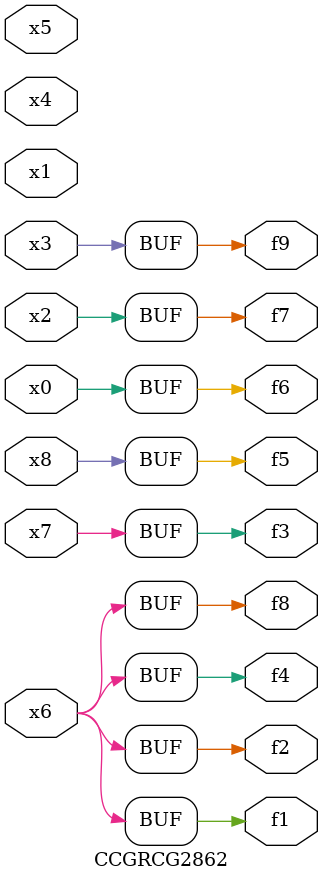
<source format=v>
module CCGRCG2862(
	input x0, x1, x2, x3, x4, x5, x6, x7, x8,
	output f1, f2, f3, f4, f5, f6, f7, f8, f9
);
	assign f1 = x6;
	assign f2 = x6;
	assign f3 = x7;
	assign f4 = x6;
	assign f5 = x8;
	assign f6 = x0;
	assign f7 = x2;
	assign f8 = x6;
	assign f9 = x3;
endmodule

</source>
